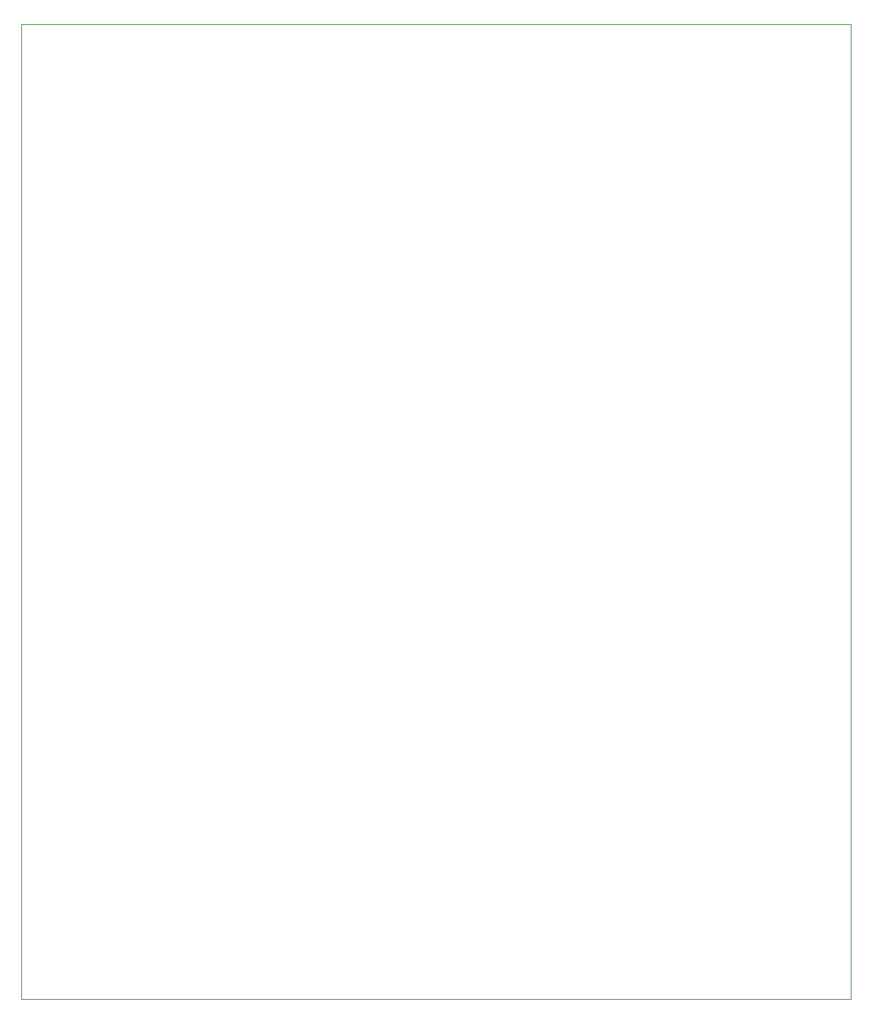
<source format=gbr>
%TF.GenerationSoftware,KiCad,Pcbnew,7.0.8*%
%TF.CreationDate,2023-12-27T07:41:49-05:00*%
%TF.ProjectId,Lab Supply,4c616220-5375-4707-906c-792e6b696361,rev?*%
%TF.SameCoordinates,Original*%
%TF.FileFunction,Profile,NP*%
%FSLAX46Y46*%
G04 Gerber Fmt 4.6, Leading zero omitted, Abs format (unit mm)*
G04 Created by KiCad (PCBNEW 7.0.8) date 2023-12-27 07:41:49*
%MOMM*%
%LPD*%
G01*
G04 APERTURE LIST*
%TA.AperFunction,Profile*%
%ADD10C,0.100000*%
%TD*%
G04 APERTURE END LIST*
D10*
X46990000Y-32160000D02*
X142864000Y-32160000D01*
X142864000Y-144750000D01*
X46990000Y-144750000D01*
X46990000Y-32160000D01*
M02*

</source>
